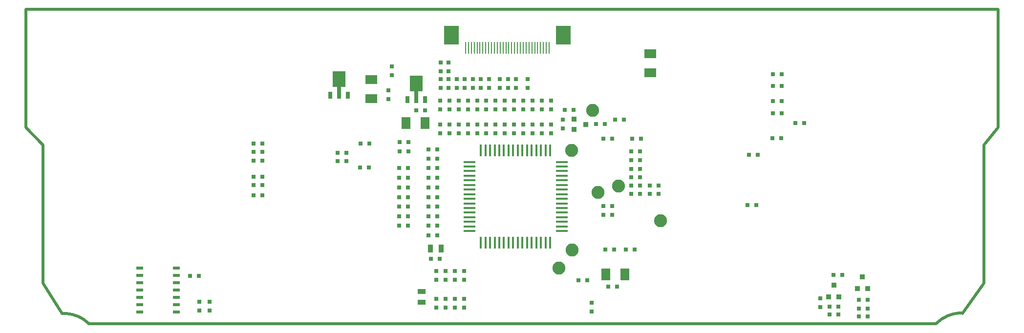
<source format=gtp>
G04 (created by PCBNEW-RS274X (2010-05-05 BZR 2356)-stable) date 12/12/2010 12:16:04 p.m.*
G01*
G70*
G90*
%MOIN*%
G04 Gerber Fmt 3.4, Leading zero omitted, Abs format*
%FSLAX34Y34*%
G04 APERTURE LIST*
%ADD10C,0.006000*%
%ADD11C,0.019700*%
%ADD12R,0.010000X0.080000*%
%ADD13R,0.100000X0.130000*%
%ADD14R,0.027600X0.047200*%
%ADD15R,0.027600X0.078700*%
%ADD16R,0.086600X0.110300*%
%ADD17R,0.035000X0.055000*%
%ADD18R,0.080000X0.060000*%
%ADD19R,0.060000X0.080000*%
%ADD20R,0.017700X0.078700*%
%ADD21R,0.078700X0.017700*%
%ADD22R,0.045000X0.020000*%
%ADD23R,0.055000X0.035000*%
%ADD24R,0.025000X0.031500*%
%ADD25R,0.031500X0.025000*%
%ADD26C,0.088600*%
%ADD27R,0.036000X0.036000*%
G04 APERTURE END LIST*
G54D10*
G54D11*
X16167Y-33349D02*
X16013Y-33209D01*
X15848Y-33083D01*
X15672Y-32972D01*
X15487Y-32876D01*
X15295Y-32797D01*
X15096Y-32736D01*
X14893Y-32691D01*
X14687Y-32665D01*
X14480Y-32657D01*
X14397Y-32658D01*
X75802Y-32654D02*
X75595Y-32656D01*
X75387Y-32676D01*
X75183Y-32714D01*
X74982Y-32769D01*
X74787Y-32842D01*
X74599Y-32932D01*
X74419Y-33038D01*
X74250Y-33159D01*
X74092Y-33294D01*
X74017Y-33366D01*
X16181Y-33366D02*
X73986Y-33366D01*
X78248Y-11909D02*
X11909Y-11909D01*
X13091Y-30610D02*
X14390Y-32657D01*
X77264Y-30610D02*
X75807Y-32657D01*
X77264Y-21161D02*
X77264Y-30610D01*
X78248Y-19980D02*
X77264Y-21161D01*
X13091Y-21161D02*
X13091Y-30610D01*
X11909Y-19980D02*
X13091Y-21161D01*
X11909Y-11909D02*
X11909Y-19980D01*
X78248Y-11909D02*
X78248Y-19980D01*
G54D12*
X43878Y-14547D03*
X44078Y-14547D03*
X44273Y-14547D03*
X44468Y-14547D03*
X44668Y-14547D03*
X44863Y-14547D03*
X45058Y-14547D03*
X45258Y-14547D03*
X45453Y-14547D03*
X45648Y-14547D03*
X43681Y-14547D03*
X45848Y-14547D03*
X46043Y-14547D03*
X43484Y-14547D03*
X47618Y-14547D03*
X46238Y-14547D03*
X46438Y-14547D03*
X46633Y-14547D03*
X46828Y-14547D03*
X47028Y-14547D03*
X47223Y-14547D03*
X47418Y-14547D03*
X43287Y-14547D03*
X43091Y-14547D03*
X42894Y-14547D03*
X42697Y-14547D03*
X42500Y-14547D03*
X42303Y-14547D03*
X42106Y-14547D03*
X41909Y-14547D03*
G54D13*
X48588Y-13667D03*
X40958Y-13667D03*
G54D14*
X37952Y-18071D03*
G54D15*
X38543Y-17914D03*
G54D14*
X39134Y-18071D03*
G54D16*
X38543Y-16969D03*
G54D17*
X40257Y-28228D03*
X39507Y-28228D03*
G54D14*
X32696Y-17776D03*
G54D15*
X33287Y-17619D03*
G54D14*
X33878Y-17776D03*
G54D16*
X33287Y-16674D03*
G54D18*
X35473Y-16711D03*
X35473Y-18011D03*
G54D19*
X52777Y-29999D03*
X51477Y-29999D03*
X37834Y-19685D03*
X39134Y-19685D03*
G54D20*
X45159Y-27831D03*
X44844Y-27831D03*
X44529Y-27831D03*
X44214Y-27831D03*
X43899Y-27831D03*
X43584Y-27831D03*
X43269Y-27831D03*
X42954Y-27831D03*
X47682Y-27831D03*
X47682Y-21535D03*
X42954Y-21535D03*
X45477Y-27831D03*
X45792Y-27831D03*
X46107Y-27831D03*
X46422Y-27831D03*
X46737Y-27831D03*
X47052Y-27831D03*
X47367Y-27831D03*
X47367Y-21535D03*
X47052Y-21535D03*
X46737Y-21535D03*
X46422Y-21535D03*
X46107Y-21535D03*
X45792Y-21535D03*
X45477Y-21535D03*
X45159Y-21535D03*
X44844Y-21535D03*
X44529Y-21535D03*
X44214Y-21535D03*
X43899Y-21535D03*
X43584Y-21535D03*
X43269Y-21535D03*
G54D21*
X42166Y-27047D03*
X42166Y-26733D03*
X42166Y-26417D03*
X42166Y-26103D03*
X42166Y-25787D03*
X42166Y-25473D03*
X42166Y-24527D03*
X42166Y-23897D03*
X42166Y-23583D03*
X42166Y-25157D03*
X42166Y-24843D03*
X42166Y-24213D03*
X42166Y-23267D03*
X42166Y-22953D03*
X42166Y-22637D03*
X42166Y-22323D03*
X48466Y-27047D03*
X48466Y-26733D03*
X48466Y-26417D03*
X48466Y-26103D03*
X48466Y-25787D03*
X48466Y-25473D03*
X48466Y-25157D03*
X48466Y-24843D03*
X48466Y-24527D03*
X48466Y-24213D03*
X48466Y-23897D03*
X48466Y-23583D03*
X48466Y-23267D03*
X48466Y-22953D03*
X48466Y-22637D03*
X48466Y-22323D03*
G54D22*
X22167Y-32574D03*
X22167Y-32074D03*
X22167Y-31574D03*
X22167Y-31074D03*
X22167Y-30574D03*
X22167Y-30074D03*
X22167Y-29574D03*
X19667Y-29574D03*
X19667Y-30074D03*
X19667Y-31074D03*
X19667Y-31574D03*
X19667Y-32074D03*
X19667Y-32574D03*
X19667Y-30574D03*
G54D23*
X38917Y-31910D03*
X38917Y-31160D03*
G54D24*
X37977Y-26683D03*
X37377Y-26683D03*
X37977Y-26033D03*
X37377Y-26033D03*
X37977Y-24065D03*
X37377Y-24065D03*
X37977Y-22756D03*
X37377Y-22756D03*
X38539Y-18819D03*
X39139Y-18819D03*
X37977Y-25384D03*
X37377Y-25384D03*
X37977Y-24724D03*
X37377Y-24724D03*
X37977Y-23406D03*
X37377Y-23406D03*
X38017Y-21614D03*
X37417Y-21614D03*
X53444Y-28312D03*
X52844Y-28312D03*
X51444Y-28312D03*
X52044Y-28312D03*
G54D25*
X36654Y-17455D03*
X36654Y-18055D03*
G54D24*
X40143Y-28937D03*
X39543Y-28937D03*
G54D25*
X24449Y-32466D03*
X24449Y-31866D03*
G54D24*
X52102Y-19449D03*
X52702Y-19449D03*
X39985Y-27323D03*
X39385Y-27323D03*
G54D25*
X36890Y-15801D03*
X36890Y-16401D03*
G54D24*
X33765Y-22283D03*
X33165Y-22283D03*
G54D25*
X39921Y-31669D03*
X39921Y-32269D03*
X40551Y-31669D03*
X40551Y-32269D03*
X50512Y-31944D03*
X50512Y-32544D03*
G54D24*
X33765Y-21693D03*
X33165Y-21693D03*
X53264Y-20748D03*
X53864Y-20748D03*
G54D25*
X41181Y-31669D03*
X41181Y-32269D03*
X41811Y-31669D03*
X41811Y-32269D03*
X46142Y-16669D03*
X46142Y-17269D03*
X44251Y-16669D03*
X44251Y-17269D03*
X42953Y-16669D03*
X42953Y-17269D03*
X41850Y-16669D03*
X41850Y-17269D03*
X43504Y-16669D03*
X43504Y-17269D03*
X42402Y-16669D03*
X42402Y-17269D03*
X41299Y-16669D03*
X41299Y-17269D03*
X45354Y-17269D03*
X45354Y-16669D03*
X44803Y-16669D03*
X44803Y-17269D03*
G54D24*
X37417Y-20984D03*
X38017Y-20984D03*
X39385Y-21457D03*
X39985Y-21457D03*
X39975Y-26683D03*
X39375Y-26683D03*
X39985Y-25384D03*
X39385Y-25384D03*
X39985Y-24065D03*
X39385Y-24065D03*
X39985Y-22756D03*
X39385Y-22756D03*
G54D25*
X41181Y-29779D03*
X41181Y-30379D03*
G54D24*
X39985Y-26033D03*
X39385Y-26033D03*
X39986Y-24724D03*
X39386Y-24724D03*
X39985Y-23406D03*
X39385Y-23406D03*
X39985Y-22106D03*
X39385Y-22106D03*
X51304Y-25335D03*
X51904Y-25335D03*
X54493Y-23947D03*
X55093Y-23947D03*
G54D25*
X39921Y-29764D03*
X39921Y-30379D03*
X40551Y-29779D03*
X40551Y-30379D03*
X41811Y-29779D03*
X41811Y-30379D03*
G54D24*
X51314Y-25935D03*
X51914Y-25935D03*
X54493Y-24508D03*
X55093Y-24508D03*
X52249Y-30826D03*
X51649Y-30826D03*
X49621Y-30413D03*
X50221Y-30413D03*
X23726Y-30118D03*
X23126Y-30118D03*
G54D25*
X23740Y-32466D03*
X23740Y-31866D03*
G54D24*
X50803Y-19724D03*
X51403Y-19724D03*
G54D25*
X48543Y-20024D03*
X48543Y-19424D03*
G54D24*
X49276Y-18780D03*
X48676Y-18780D03*
G54D25*
X40748Y-15527D03*
X40748Y-16127D03*
X40748Y-17269D03*
X40748Y-16669D03*
X40197Y-17269D03*
X40197Y-16669D03*
X40197Y-15526D03*
X40197Y-16126D03*
X40177Y-19779D03*
X40177Y-20379D03*
X41437Y-19779D03*
X41437Y-20379D03*
X42697Y-19779D03*
X42697Y-20379D03*
X43957Y-19779D03*
X43957Y-20379D03*
X40177Y-18125D03*
X40177Y-18725D03*
X41437Y-18125D03*
X41437Y-18725D03*
X42697Y-18125D03*
X42697Y-18725D03*
X43957Y-18125D03*
X43957Y-18725D03*
X40807Y-19779D03*
X40807Y-20379D03*
X42067Y-19779D03*
X42067Y-20379D03*
X43327Y-19779D03*
X43327Y-20379D03*
X44587Y-19779D03*
X44587Y-20379D03*
X40807Y-18125D03*
X40807Y-18725D03*
X42067Y-18125D03*
X42067Y-18725D03*
X43327Y-18125D03*
X43327Y-18725D03*
X44587Y-18125D03*
X44587Y-18725D03*
X47106Y-19779D03*
X47106Y-20379D03*
X45846Y-19779D03*
X45846Y-20379D03*
X47736Y-19779D03*
X47736Y-20379D03*
X46476Y-19779D03*
X46476Y-20379D03*
X45217Y-19779D03*
X45217Y-20379D03*
X47736Y-18125D03*
X47736Y-18725D03*
X46476Y-18125D03*
X46476Y-18725D03*
X45217Y-18125D03*
X45217Y-18725D03*
X47106Y-18125D03*
X47106Y-18725D03*
X45846Y-18125D03*
X45846Y-18725D03*
G54D24*
X51916Y-20748D03*
X51316Y-20748D03*
G54D18*
X54528Y-14941D03*
X54528Y-16241D03*
G54D24*
X34739Y-21063D03*
X35339Y-21063D03*
X34700Y-22717D03*
X35300Y-22717D03*
X67623Y-30039D03*
X67023Y-30039D03*
X28056Y-23327D03*
X27456Y-23327D03*
X61157Y-25276D03*
X61757Y-25276D03*
X68745Y-31742D03*
X69345Y-31742D03*
G54D25*
X66101Y-31629D03*
X66101Y-32229D03*
G54D24*
X66747Y-32756D03*
X67347Y-32756D03*
X62889Y-19016D03*
X63489Y-19016D03*
X28056Y-24606D03*
X27456Y-24606D03*
X62889Y-16339D03*
X63489Y-16339D03*
X28056Y-23917D03*
X27456Y-23917D03*
X68755Y-32323D03*
X69355Y-32323D03*
X61235Y-21850D03*
X61835Y-21850D03*
X28056Y-21653D03*
X27456Y-21653D03*
X62889Y-17126D03*
X63489Y-17126D03*
X28056Y-21063D03*
X27456Y-21063D03*
X62889Y-18189D03*
X63489Y-18189D03*
X62850Y-20709D03*
X63450Y-20709D03*
X64424Y-19685D03*
X65024Y-19685D03*
X28056Y-22244D03*
X27456Y-22244D03*
X67346Y-32205D03*
X66746Y-32205D03*
G54D26*
X49173Y-28346D03*
X49134Y-21535D03*
X50591Y-18819D03*
X48268Y-29567D03*
X55197Y-26339D03*
G54D24*
X53204Y-22795D03*
X53804Y-22795D03*
X53204Y-22205D03*
X53804Y-22205D03*
X53204Y-23386D03*
X53804Y-23386D03*
X53204Y-21614D03*
X53804Y-21614D03*
X68755Y-32874D03*
X69355Y-32874D03*
X53224Y-23947D03*
X53824Y-23947D03*
X53224Y-24508D03*
X53824Y-24508D03*
G54D26*
X50955Y-24390D03*
X52333Y-23986D03*
G54D27*
X69336Y-30971D03*
X68636Y-30971D03*
X68986Y-30171D03*
X67396Y-31542D03*
X66696Y-31542D03*
X67046Y-30742D03*
X49324Y-20114D03*
X49324Y-19414D03*
X50124Y-19764D03*
M02*

</source>
